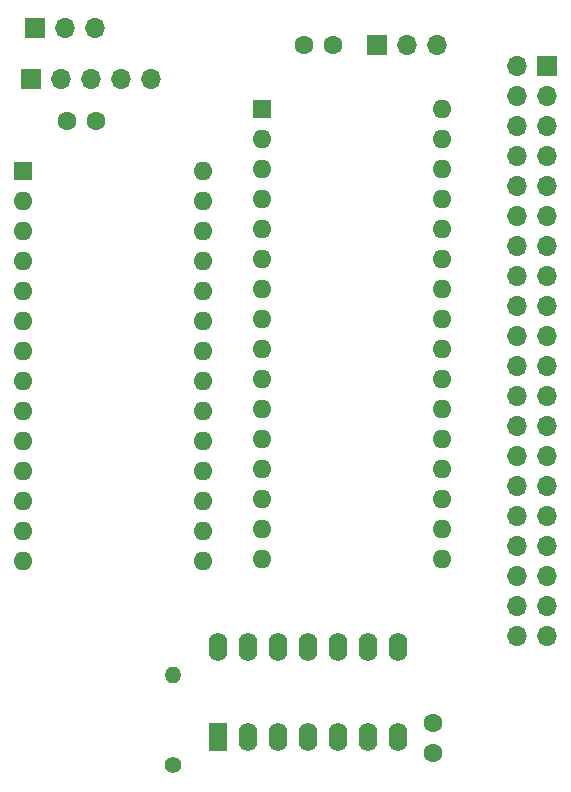
<source format=gts>
G04 #@! TF.GenerationSoftware,KiCad,Pcbnew,(6.0.1)*
G04 #@! TF.CreationDate,2022-10-08T09:58:21-04:00*
G04 #@! TF.ProjectId,LB-MEM-04,4c422d4d-454d-42d3-9034-2e6b69636164,2*
G04 #@! TF.SameCoordinates,Original*
G04 #@! TF.FileFunction,Soldermask,Top*
G04 #@! TF.FilePolarity,Negative*
%FSLAX46Y46*%
G04 Gerber Fmt 4.6, Leading zero omitted, Abs format (unit mm)*
G04 Created by KiCad (PCBNEW (6.0.1)) date 2022-10-08 09:58:21*
%MOMM*%
%LPD*%
G01*
G04 APERTURE LIST*
%ADD10R,1.700000X1.700000*%
%ADD11O,1.700000X1.700000*%
%ADD12R,1.600000X1.600000*%
%ADD13O,1.600000X1.600000*%
%ADD14R,1.600000X2.400000*%
%ADD15O,1.600000X2.400000*%
%ADD16C,1.600000*%
%ADD17C,1.400000*%
%ADD18O,1.400000X1.400000*%
G04 APERTURE END LIST*
D10*
X136144000Y-55753000D03*
D11*
X138684000Y-55753000D03*
X141224000Y-55753000D03*
X143764000Y-55753000D03*
X146304000Y-55753000D03*
D12*
X135506993Y-63500000D03*
D13*
X135506993Y-66040000D03*
X135506993Y-68580000D03*
X135506993Y-71120000D03*
X135506993Y-73660000D03*
X135506993Y-76200000D03*
X135506993Y-78740000D03*
X135506993Y-81280000D03*
X135506993Y-83820000D03*
X135506993Y-86360000D03*
X135506993Y-88900000D03*
X135506993Y-91440000D03*
X135506993Y-93980000D03*
X135506993Y-96520000D03*
X150746993Y-96520000D03*
X150746993Y-93980000D03*
X150746993Y-91440000D03*
X150746993Y-88900000D03*
X150746993Y-86360000D03*
X150746993Y-83820000D03*
X150746993Y-81280000D03*
X150746993Y-78740000D03*
X150746993Y-76200000D03*
X150746993Y-73660000D03*
X150746993Y-71120000D03*
X150746993Y-68580000D03*
X150746993Y-66040000D03*
X150746993Y-63500000D03*
D12*
X155702000Y-58293000D03*
D13*
X155702000Y-60833000D03*
X155702000Y-63373000D03*
X155702000Y-65913000D03*
X155702000Y-68453000D03*
X155702000Y-70993000D03*
X155702000Y-73533000D03*
X155702000Y-76073000D03*
X155702000Y-78613000D03*
X155702000Y-81153000D03*
X155702000Y-83693000D03*
X155702000Y-86233000D03*
X155702000Y-88773000D03*
X155702000Y-91313000D03*
X155702000Y-93853000D03*
X155702000Y-96393000D03*
X170942000Y-96393000D03*
X170942000Y-93853000D03*
X170942000Y-91313000D03*
X170942000Y-88773000D03*
X170942000Y-86233000D03*
X170942000Y-83693000D03*
X170942000Y-81153000D03*
X170942000Y-78613000D03*
X170942000Y-76073000D03*
X170942000Y-73533000D03*
X170942000Y-70993000D03*
X170942000Y-68453000D03*
X170942000Y-65913000D03*
X170942000Y-63373000D03*
X170942000Y-60833000D03*
X170942000Y-58293000D03*
D10*
X165496011Y-52832000D03*
D11*
X168036011Y-52832000D03*
X170576011Y-52832000D03*
D10*
X179890000Y-54615000D03*
D11*
X177350000Y-54615000D03*
X179890000Y-57155000D03*
X177350000Y-57155000D03*
X179890000Y-59695000D03*
X177350000Y-59695000D03*
X179890000Y-62235000D03*
X177350000Y-62235000D03*
X179890000Y-64775000D03*
X177350000Y-64775000D03*
X179890000Y-67315000D03*
X177350000Y-67315000D03*
X179890000Y-69855000D03*
X177350000Y-69855000D03*
X179890000Y-72395000D03*
X177350000Y-72395000D03*
X179890000Y-74935000D03*
X177350000Y-74935000D03*
X179890000Y-77475000D03*
X177350000Y-77475000D03*
X179890000Y-80015000D03*
X177350000Y-80015000D03*
X179890000Y-82555000D03*
X177350000Y-82555000D03*
X179890000Y-85095000D03*
X177350000Y-85095000D03*
X179890000Y-87635000D03*
X177350000Y-87635000D03*
X179890000Y-90175000D03*
X177350000Y-90175000D03*
X179890000Y-92715000D03*
X177350000Y-92715000D03*
X179890000Y-95255000D03*
X177350000Y-95255000D03*
X179890000Y-97795000D03*
X177350000Y-97795000D03*
X179890000Y-100335000D03*
X177350000Y-100335000D03*
X179890000Y-102875000D03*
X177350000Y-102875000D03*
D14*
X152013996Y-111394011D03*
D15*
X154553996Y-111394011D03*
X157093996Y-111394011D03*
X159633996Y-111394011D03*
X162173996Y-111394011D03*
X164713996Y-111394011D03*
X167253996Y-111394011D03*
X167253996Y-103774011D03*
X164713996Y-103774011D03*
X162173996Y-103774011D03*
X159633996Y-103774011D03*
X157093996Y-103774011D03*
X154553996Y-103774011D03*
X152013996Y-103774011D03*
D16*
X170180000Y-112756010D03*
X170180000Y-110256010D03*
X141712010Y-59309000D03*
X139212010Y-59309000D03*
D10*
X136540000Y-51435000D03*
D11*
X139080000Y-51435000D03*
X141620000Y-51435000D03*
D17*
X148209000Y-113792000D03*
D18*
X148209000Y-106172000D03*
D16*
X161778000Y-52832000D03*
X159278000Y-52832000D03*
M02*

</source>
